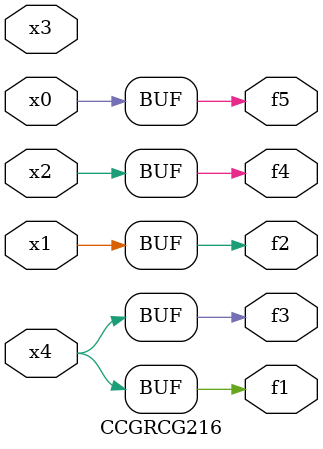
<source format=v>
module CCGRCG216(
	input x0, x1, x2, x3, x4,
	output f1, f2, f3, f4, f5
);
	assign f1 = x4;
	assign f2 = x1;
	assign f3 = x4;
	assign f4 = x2;
	assign f5 = x0;
endmodule

</source>
